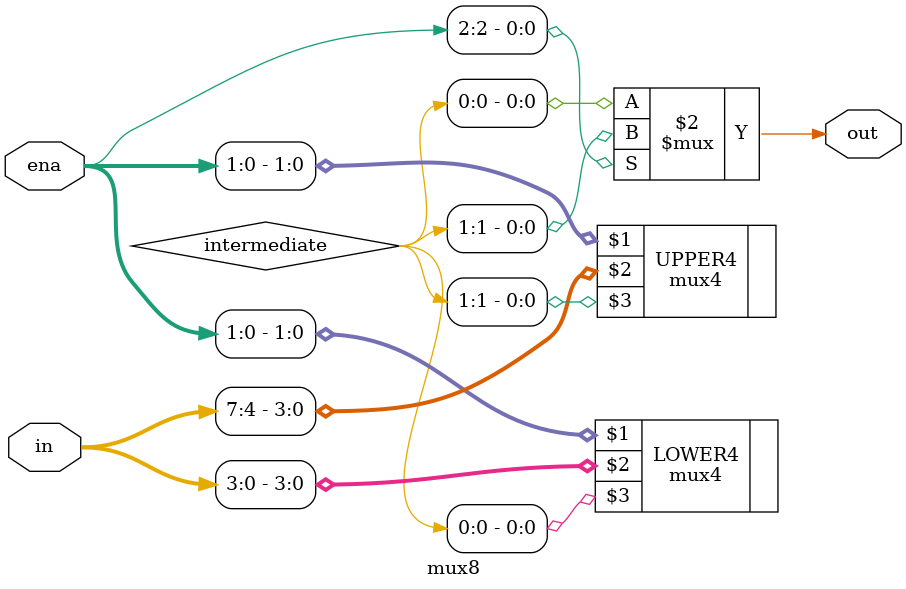
<source format=sv>
`default_nettype none

module mux8(ena, in, out);
  input wire [2:0]ena;
  input wire [7:0]in;

  logic [1:0] intermediate;

  output logic out;

  mux4 UPPER4 (ena[1:0], in[7:4], intermediate[1]);
  mux4 LOWER4 (ena[1:0], in[3:0], intermediate[0]);

  always_comb begin
    out = ena[2] ? intermediate[1]: intermediate[0];
  end 

endmodule
</source>
